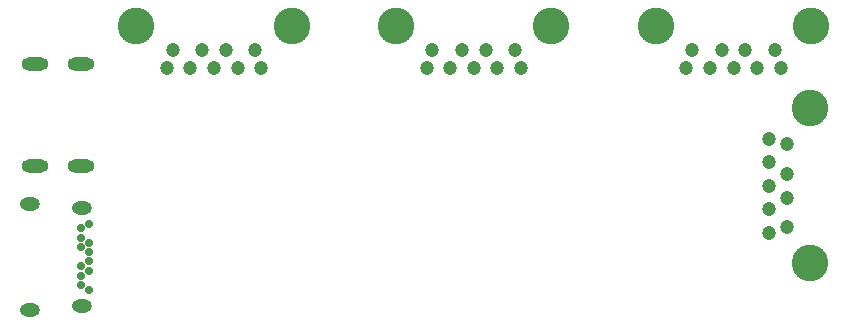
<source format=gbr>
%TF.GenerationSoftware,Altium Limited,Altium Designer,19.0.4 (130)*%
G04 Layer_Color=16711935*
%FSLAX45Y45*%
%MOMM*%
%TF.FileFunction,Soldermask,Bot*%
%TF.Part,Single*%
G01*
G75*
%TA.AperFunction,ComponentPad*%
%ADD46O,1.70160X1.10160*%
%ADD47C,0.70160*%
%ADD48C,3.10002*%
%ADD49C,1.20002*%
%ADD50O,2.30160X1.10160*%
D46*
X244992Y1449982D02*
D03*
X684005Y1485999D02*
D03*
Y2311982D02*
D03*
X244992Y2347999D02*
D03*
D47*
X674003Y1658978D02*
D03*
X673987Y1738948D02*
D03*
X744013Y1778991D02*
D03*
X744008Y1618991D02*
D03*
X743997Y1858960D02*
D03*
X744008Y1938980D02*
D03*
X743995Y2018952D02*
D03*
X674005Y1978995D02*
D03*
X673990Y2058965D02*
D03*
X673987Y1818958D02*
D03*
X674000Y2138985D02*
D03*
X744003Y2178980D02*
D03*
D48*
X2456999Y3850010D02*
D03*
X3343001D02*
D03*
X4656999D02*
D03*
X5543001D02*
D03*
X6850009Y3156999D02*
D03*
X6856999Y3850010D02*
D03*
X6850009Y1843001D02*
D03*
X1143001Y3850010D02*
D03*
D49*
X2000000Y3500000D02*
D03*
X2199999D02*
D03*
X2149987Y3650013D02*
D03*
X1900000D02*
D03*
X1700000D02*
D03*
X1800000Y3500000D02*
D03*
X1600000D02*
D03*
X1400001D02*
D03*
X1450013Y3650013D02*
D03*
X3600001Y3500000D02*
D03*
X3800000D02*
D03*
X3900000Y3650013D02*
D03*
X3650013D02*
D03*
X4100000D02*
D03*
X4199999Y3500000D02*
D03*
X4000000D02*
D03*
X4399999D02*
D03*
X4349986Y3650013D02*
D03*
X5850013D02*
D03*
X5800001Y3500000D02*
D03*
X6000000D02*
D03*
X6200000D02*
D03*
X6100000Y3650013D02*
D03*
X6300000D02*
D03*
X6549987D02*
D03*
X6599999Y3500000D02*
D03*
X6400000D02*
D03*
X6500000Y2899999D02*
D03*
Y2700000D02*
D03*
Y2500000D02*
D03*
Y2300000D02*
D03*
Y2100001D02*
D03*
X6650012Y2150013D02*
D03*
Y2400000D02*
D03*
Y2600000D02*
D03*
Y2849987D02*
D03*
D50*
X670993Y2667994D02*
D03*
X289002D02*
D03*
X670998Y3532006D02*
D03*
X289007D02*
D03*
%TF.MD5,4e1ce7a328a723f227e45a7154f1d92d*%
M02*

</source>
